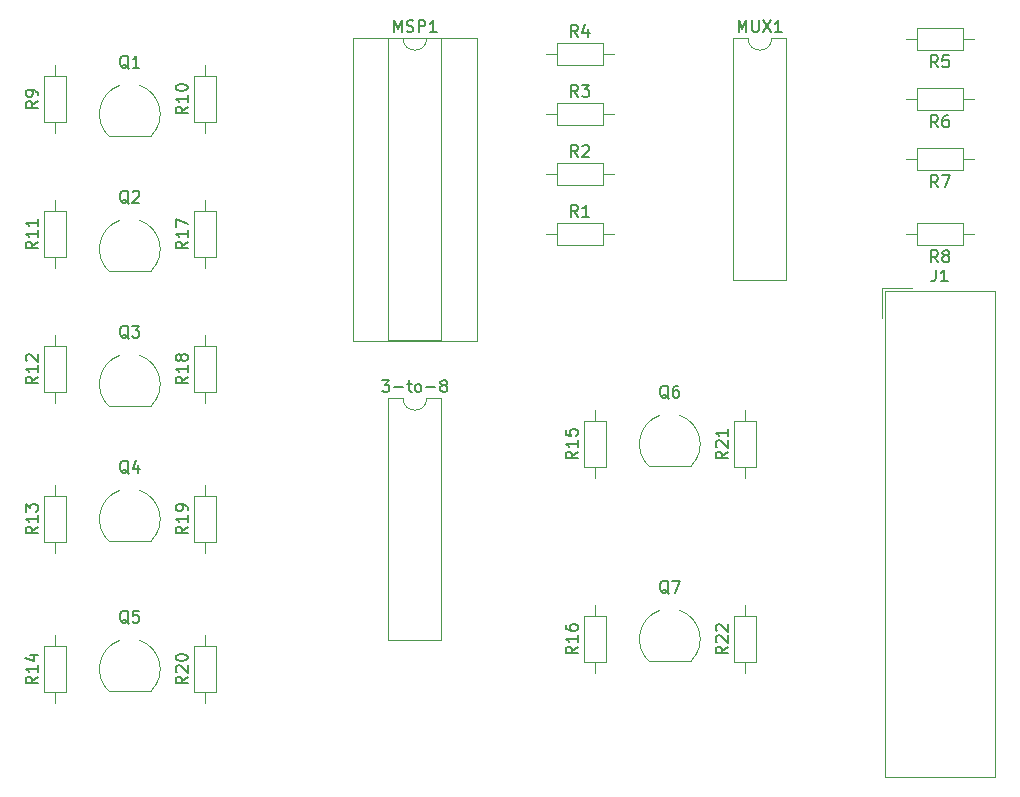
<source format=gbr>
G04 #@! TF.GenerationSoftware,KiCad,Pcbnew,5.0.0+dfsg1-2*
G04 #@! TF.CreationDate,2018-11-20T21:01:12-06:00*
G04 #@! TF.ProjectId,49es,343965732E6B696361645F7063620000,rev?*
G04 #@! TF.SameCoordinates,Original*
G04 #@! TF.FileFunction,Legend,Top*
G04 #@! TF.FilePolarity,Positive*
%FSLAX46Y46*%
G04 Gerber Fmt 4.6, Leading zero omitted, Abs format (unit mm)*
G04 Created by KiCad (PCBNEW 5.0.0+dfsg1-2) date Tue Nov 20 21:01:12 2018*
%MOMM*%
%LPD*%
G01*
G04 APERTURE LIST*
%ADD10C,0.120000*%
%ADD11C,0.150000*%
G04 APERTURE END LIST*
D10*
G04 #@! TO.C,3-to-8*
X145760000Y-69790000D02*
X144510000Y-69790000D01*
X145760000Y-90230000D02*
X145760000Y-69790000D01*
X141260000Y-90230000D02*
X145760000Y-90230000D01*
X141260000Y-69790000D02*
X141260000Y-90230000D01*
X142510000Y-69790000D02*
X141260000Y-69790000D01*
X144510000Y-69790000D02*
G75*
G02X142510000Y-69790000I-1000000J0D01*
G01*
G04 #@! TO.C,J1*
X192635000Y-60690000D02*
X192635000Y-101870000D01*
X192635000Y-101870000D02*
X183285000Y-101870000D01*
X183285000Y-101870000D02*
X183285000Y-60690000D01*
X183285000Y-60690000D02*
X192635000Y-60690000D01*
X183035000Y-60440000D02*
X183035000Y-62980000D01*
X183035000Y-60440000D02*
X185575000Y-60440000D01*
G04 #@! TO.C,MSP1*
X144510000Y-39310000D02*
G75*
G02X142510000Y-39310000I-1000000J0D01*
G01*
X142510000Y-39310000D02*
X141260000Y-39310000D01*
X141260000Y-39310000D02*
X141260000Y-64830000D01*
X141260000Y-64830000D02*
X145760000Y-64830000D01*
X145760000Y-64830000D02*
X145760000Y-39310000D01*
X145760000Y-39310000D02*
X144510000Y-39310000D01*
X138260000Y-39250000D02*
X138260000Y-64890000D01*
X138260000Y-64890000D02*
X148760000Y-64890000D01*
X148760000Y-64890000D02*
X148760000Y-39250000D01*
X148760000Y-39250000D02*
X138260000Y-39250000D01*
G04 #@! TO.C,MUX1*
X173720000Y-39310000D02*
G75*
G02X171720000Y-39310000I-1000000J0D01*
G01*
X171720000Y-39310000D02*
X170470000Y-39310000D01*
X170470000Y-39310000D02*
X170470000Y-59750000D01*
X170470000Y-59750000D02*
X174970000Y-59750000D01*
X174970000Y-59750000D02*
X174970000Y-39310000D01*
X174970000Y-39310000D02*
X173720000Y-39310000D01*
G04 #@! TO.C,Q1*
X121188445Y-47547684D02*
G75*
G03X120160000Y-43270000I-1808445J1827684D01*
G01*
X117568125Y-47561741D02*
G75*
G02X118560000Y-43270000I1811875J1841741D01*
G01*
X117580000Y-47570000D02*
X121180000Y-47570000D01*
G04 #@! TO.C,Q2*
X117580000Y-59000000D02*
X121180000Y-59000000D01*
X117568125Y-58991741D02*
G75*
G02X118560000Y-54700000I1811875J1841741D01*
G01*
X121188445Y-58977684D02*
G75*
G03X120160000Y-54700000I-1808445J1827684D01*
G01*
G04 #@! TO.C,Q3*
X121188445Y-70407684D02*
G75*
G03X120160000Y-66130000I-1808445J1827684D01*
G01*
X117568125Y-70421741D02*
G75*
G02X118560000Y-66130000I1811875J1841741D01*
G01*
X117580000Y-70430000D02*
X121180000Y-70430000D01*
G04 #@! TO.C,Q4*
X117580000Y-81860000D02*
X121180000Y-81860000D01*
X117568125Y-81851741D02*
G75*
G02X118560000Y-77560000I1811875J1841741D01*
G01*
X121188445Y-81837684D02*
G75*
G03X120160000Y-77560000I-1808445J1827684D01*
G01*
G04 #@! TO.C,Q5*
X121188445Y-94537684D02*
G75*
G03X120160000Y-90260000I-1808445J1827684D01*
G01*
X117568125Y-94551741D02*
G75*
G02X118560000Y-90260000I1811875J1841741D01*
G01*
X117580000Y-94560000D02*
X121180000Y-94560000D01*
G04 #@! TO.C,Q6*
X163300000Y-75510000D02*
X166900000Y-75510000D01*
X163288125Y-75501741D02*
G75*
G02X164280000Y-71210000I1811875J1841741D01*
G01*
X166908445Y-75487684D02*
G75*
G03X165880000Y-71210000I-1808445J1827684D01*
G01*
G04 #@! TO.C,Q7*
X163300000Y-92020000D02*
X166900000Y-92020000D01*
X163288125Y-92011741D02*
G75*
G02X164280000Y-87720000I1811875J1841741D01*
G01*
X166908445Y-91997684D02*
G75*
G03X165880000Y-87720000I-1808445J1827684D01*
G01*
G04 #@! TO.C,R1*
X160350000Y-55880000D02*
X159400000Y-55880000D01*
X154610000Y-55880000D02*
X155560000Y-55880000D01*
X159400000Y-54960000D02*
X155560000Y-54960000D01*
X159400000Y-56800000D02*
X159400000Y-54960000D01*
X155560000Y-56800000D02*
X159400000Y-56800000D01*
X155560000Y-54960000D02*
X155560000Y-56800000D01*
G04 #@! TO.C,R2*
X155560000Y-49880000D02*
X155560000Y-51720000D01*
X155560000Y-51720000D02*
X159400000Y-51720000D01*
X159400000Y-51720000D02*
X159400000Y-49880000D01*
X159400000Y-49880000D02*
X155560000Y-49880000D01*
X154610000Y-50800000D02*
X155560000Y-50800000D01*
X160350000Y-50800000D02*
X159400000Y-50800000D01*
G04 #@! TO.C,R3*
X155560000Y-44800000D02*
X155560000Y-46640000D01*
X155560000Y-46640000D02*
X159400000Y-46640000D01*
X159400000Y-46640000D02*
X159400000Y-44800000D01*
X159400000Y-44800000D02*
X155560000Y-44800000D01*
X154610000Y-45720000D02*
X155560000Y-45720000D01*
X160350000Y-45720000D02*
X159400000Y-45720000D01*
G04 #@! TO.C,R4*
X160350000Y-40640000D02*
X159400000Y-40640000D01*
X154610000Y-40640000D02*
X155560000Y-40640000D01*
X159400000Y-39720000D02*
X155560000Y-39720000D01*
X159400000Y-41560000D02*
X159400000Y-39720000D01*
X155560000Y-41560000D02*
X159400000Y-41560000D01*
X155560000Y-39720000D02*
X155560000Y-41560000D01*
G04 #@! TO.C,R5*
X189880000Y-40290000D02*
X189880000Y-38450000D01*
X189880000Y-38450000D02*
X186040000Y-38450000D01*
X186040000Y-38450000D02*
X186040000Y-40290000D01*
X186040000Y-40290000D02*
X189880000Y-40290000D01*
X190830000Y-39370000D02*
X189880000Y-39370000D01*
X185090000Y-39370000D02*
X186040000Y-39370000D01*
G04 #@! TO.C,R6*
X185090000Y-44450000D02*
X186040000Y-44450000D01*
X190830000Y-44450000D02*
X189880000Y-44450000D01*
X186040000Y-45370000D02*
X189880000Y-45370000D01*
X186040000Y-43530000D02*
X186040000Y-45370000D01*
X189880000Y-43530000D02*
X186040000Y-43530000D01*
X189880000Y-45370000D02*
X189880000Y-43530000D01*
G04 #@! TO.C,R7*
X189880000Y-50450000D02*
X189880000Y-48610000D01*
X189880000Y-48610000D02*
X186040000Y-48610000D01*
X186040000Y-48610000D02*
X186040000Y-50450000D01*
X186040000Y-50450000D02*
X189880000Y-50450000D01*
X190830000Y-49530000D02*
X189880000Y-49530000D01*
X185090000Y-49530000D02*
X186040000Y-49530000D01*
G04 #@! TO.C,R8*
X185090000Y-55880000D02*
X186040000Y-55880000D01*
X190830000Y-55880000D02*
X189880000Y-55880000D01*
X186040000Y-56800000D02*
X189880000Y-56800000D01*
X186040000Y-54960000D02*
X186040000Y-56800000D01*
X189880000Y-54960000D02*
X186040000Y-54960000D01*
X189880000Y-56800000D02*
X189880000Y-54960000D01*
G04 #@! TO.C,R9*
X113030000Y-41580000D02*
X113030000Y-42530000D01*
X113030000Y-47320000D02*
X113030000Y-46370000D01*
X112110000Y-42530000D02*
X112110000Y-46370000D01*
X113950000Y-42530000D02*
X112110000Y-42530000D01*
X113950000Y-46370000D02*
X113950000Y-42530000D01*
X112110000Y-46370000D02*
X113950000Y-46370000D01*
G04 #@! TO.C,R10*
X124810000Y-46370000D02*
X126650000Y-46370000D01*
X126650000Y-46370000D02*
X126650000Y-42530000D01*
X126650000Y-42530000D02*
X124810000Y-42530000D01*
X124810000Y-42530000D02*
X124810000Y-46370000D01*
X125730000Y-47320000D02*
X125730000Y-46370000D01*
X125730000Y-41580000D02*
X125730000Y-42530000D01*
G04 #@! TO.C,R11*
X113030000Y-53010000D02*
X113030000Y-53960000D01*
X113030000Y-58750000D02*
X113030000Y-57800000D01*
X112110000Y-53960000D02*
X112110000Y-57800000D01*
X113950000Y-53960000D02*
X112110000Y-53960000D01*
X113950000Y-57800000D02*
X113950000Y-53960000D01*
X112110000Y-57800000D02*
X113950000Y-57800000D01*
G04 #@! TO.C,R12*
X112110000Y-69230000D02*
X113950000Y-69230000D01*
X113950000Y-69230000D02*
X113950000Y-65390000D01*
X113950000Y-65390000D02*
X112110000Y-65390000D01*
X112110000Y-65390000D02*
X112110000Y-69230000D01*
X113030000Y-70180000D02*
X113030000Y-69230000D01*
X113030000Y-64440000D02*
X113030000Y-65390000D01*
G04 #@! TO.C,R13*
X112110000Y-81930000D02*
X113950000Y-81930000D01*
X113950000Y-81930000D02*
X113950000Y-78090000D01*
X113950000Y-78090000D02*
X112110000Y-78090000D01*
X112110000Y-78090000D02*
X112110000Y-81930000D01*
X113030000Y-82880000D02*
X113030000Y-81930000D01*
X113030000Y-77140000D02*
X113030000Y-78090000D01*
G04 #@! TO.C,R14*
X113030000Y-89840000D02*
X113030000Y-90790000D01*
X113030000Y-95580000D02*
X113030000Y-94630000D01*
X112110000Y-90790000D02*
X112110000Y-94630000D01*
X113950000Y-90790000D02*
X112110000Y-90790000D01*
X113950000Y-94630000D02*
X113950000Y-90790000D01*
X112110000Y-94630000D02*
X113950000Y-94630000D01*
G04 #@! TO.C,R15*
X157830000Y-75580000D02*
X159670000Y-75580000D01*
X159670000Y-75580000D02*
X159670000Y-71740000D01*
X159670000Y-71740000D02*
X157830000Y-71740000D01*
X157830000Y-71740000D02*
X157830000Y-75580000D01*
X158750000Y-76530000D02*
X158750000Y-75580000D01*
X158750000Y-70790000D02*
X158750000Y-71740000D01*
G04 #@! TO.C,R16*
X158750000Y-87300000D02*
X158750000Y-88250000D01*
X158750000Y-93040000D02*
X158750000Y-92090000D01*
X157830000Y-88250000D02*
X157830000Y-92090000D01*
X159670000Y-88250000D02*
X157830000Y-88250000D01*
X159670000Y-92090000D02*
X159670000Y-88250000D01*
X157830000Y-92090000D02*
X159670000Y-92090000D01*
G04 #@! TO.C,R17*
X124810000Y-57800000D02*
X126650000Y-57800000D01*
X126650000Y-57800000D02*
X126650000Y-53960000D01*
X126650000Y-53960000D02*
X124810000Y-53960000D01*
X124810000Y-53960000D02*
X124810000Y-57800000D01*
X125730000Y-58750000D02*
X125730000Y-57800000D01*
X125730000Y-53010000D02*
X125730000Y-53960000D01*
G04 #@! TO.C,R18*
X125730000Y-64440000D02*
X125730000Y-65390000D01*
X125730000Y-70180000D02*
X125730000Y-69230000D01*
X124810000Y-65390000D02*
X124810000Y-69230000D01*
X126650000Y-65390000D02*
X124810000Y-65390000D01*
X126650000Y-69230000D02*
X126650000Y-65390000D01*
X124810000Y-69230000D02*
X126650000Y-69230000D01*
G04 #@! TO.C,R19*
X125730000Y-77140000D02*
X125730000Y-78090000D01*
X125730000Y-82880000D02*
X125730000Y-81930000D01*
X124810000Y-78090000D02*
X124810000Y-81930000D01*
X126650000Y-78090000D02*
X124810000Y-78090000D01*
X126650000Y-81930000D02*
X126650000Y-78090000D01*
X124810000Y-81930000D02*
X126650000Y-81930000D01*
G04 #@! TO.C,R20*
X124810000Y-94630000D02*
X126650000Y-94630000D01*
X126650000Y-94630000D02*
X126650000Y-90790000D01*
X126650000Y-90790000D02*
X124810000Y-90790000D01*
X124810000Y-90790000D02*
X124810000Y-94630000D01*
X125730000Y-95580000D02*
X125730000Y-94630000D01*
X125730000Y-89840000D02*
X125730000Y-90790000D01*
G04 #@! TO.C,R21*
X171450000Y-70790000D02*
X171450000Y-71740000D01*
X171450000Y-76530000D02*
X171450000Y-75580000D01*
X170530000Y-71740000D02*
X170530000Y-75580000D01*
X172370000Y-71740000D02*
X170530000Y-71740000D01*
X172370000Y-75580000D02*
X172370000Y-71740000D01*
X170530000Y-75580000D02*
X172370000Y-75580000D01*
G04 #@! TO.C,R22*
X170530000Y-92090000D02*
X172370000Y-92090000D01*
X172370000Y-92090000D02*
X172370000Y-88250000D01*
X172370000Y-88250000D02*
X170530000Y-88250000D01*
X170530000Y-88250000D02*
X170530000Y-92090000D01*
X171450000Y-93040000D02*
X171450000Y-92090000D01*
X171450000Y-87300000D02*
X171450000Y-88250000D01*
G04 #@! TO.C,3-to-8*
D11*
X140724285Y-68242380D02*
X141343333Y-68242380D01*
X141010000Y-68623333D01*
X141152857Y-68623333D01*
X141248095Y-68670952D01*
X141295714Y-68718571D01*
X141343333Y-68813809D01*
X141343333Y-69051904D01*
X141295714Y-69147142D01*
X141248095Y-69194761D01*
X141152857Y-69242380D01*
X140867142Y-69242380D01*
X140771904Y-69194761D01*
X140724285Y-69147142D01*
X141771904Y-68861428D02*
X142533809Y-68861428D01*
X142867142Y-68575714D02*
X143248095Y-68575714D01*
X143010000Y-68242380D02*
X143010000Y-69099523D01*
X143057619Y-69194761D01*
X143152857Y-69242380D01*
X143248095Y-69242380D01*
X143724285Y-69242380D02*
X143629047Y-69194761D01*
X143581428Y-69147142D01*
X143533809Y-69051904D01*
X143533809Y-68766190D01*
X143581428Y-68670952D01*
X143629047Y-68623333D01*
X143724285Y-68575714D01*
X143867142Y-68575714D01*
X143962380Y-68623333D01*
X144010000Y-68670952D01*
X144057619Y-68766190D01*
X144057619Y-69051904D01*
X144010000Y-69147142D01*
X143962380Y-69194761D01*
X143867142Y-69242380D01*
X143724285Y-69242380D01*
X144486190Y-68861428D02*
X145248095Y-68861428D01*
X145867142Y-68670952D02*
X145771904Y-68623333D01*
X145724285Y-68575714D01*
X145676666Y-68480476D01*
X145676666Y-68432857D01*
X145724285Y-68337619D01*
X145771904Y-68290000D01*
X145867142Y-68242380D01*
X146057619Y-68242380D01*
X146152857Y-68290000D01*
X146200476Y-68337619D01*
X146248095Y-68432857D01*
X146248095Y-68480476D01*
X146200476Y-68575714D01*
X146152857Y-68623333D01*
X146057619Y-68670952D01*
X145867142Y-68670952D01*
X145771904Y-68718571D01*
X145724285Y-68766190D01*
X145676666Y-68861428D01*
X145676666Y-69051904D01*
X145724285Y-69147142D01*
X145771904Y-69194761D01*
X145867142Y-69242380D01*
X146057619Y-69242380D01*
X146152857Y-69194761D01*
X146200476Y-69147142D01*
X146248095Y-69051904D01*
X146248095Y-68861428D01*
X146200476Y-68766190D01*
X146152857Y-68718571D01*
X146057619Y-68670952D01*
G04 #@! TO.C,J1*
X187626666Y-58888380D02*
X187626666Y-59602666D01*
X187579047Y-59745523D01*
X187483809Y-59840761D01*
X187340952Y-59888380D01*
X187245714Y-59888380D01*
X188626666Y-59888380D02*
X188055238Y-59888380D01*
X188340952Y-59888380D02*
X188340952Y-58888380D01*
X188245714Y-59031238D01*
X188150476Y-59126476D01*
X188055238Y-59174095D01*
G04 #@! TO.C,MSP1*
X141724285Y-38762380D02*
X141724285Y-37762380D01*
X142057619Y-38476666D01*
X142390952Y-37762380D01*
X142390952Y-38762380D01*
X142819523Y-38714761D02*
X142962380Y-38762380D01*
X143200476Y-38762380D01*
X143295714Y-38714761D01*
X143343333Y-38667142D01*
X143390952Y-38571904D01*
X143390952Y-38476666D01*
X143343333Y-38381428D01*
X143295714Y-38333809D01*
X143200476Y-38286190D01*
X143010000Y-38238571D01*
X142914761Y-38190952D01*
X142867142Y-38143333D01*
X142819523Y-38048095D01*
X142819523Y-37952857D01*
X142867142Y-37857619D01*
X142914761Y-37810000D01*
X143010000Y-37762380D01*
X143248095Y-37762380D01*
X143390952Y-37810000D01*
X143819523Y-38762380D02*
X143819523Y-37762380D01*
X144200476Y-37762380D01*
X144295714Y-37810000D01*
X144343333Y-37857619D01*
X144390952Y-37952857D01*
X144390952Y-38095714D01*
X144343333Y-38190952D01*
X144295714Y-38238571D01*
X144200476Y-38286190D01*
X143819523Y-38286190D01*
X145343333Y-38762380D02*
X144771904Y-38762380D01*
X145057619Y-38762380D02*
X145057619Y-37762380D01*
X144962380Y-37905238D01*
X144867142Y-38000476D01*
X144771904Y-38048095D01*
G04 #@! TO.C,MUX1*
X170910476Y-38762380D02*
X170910476Y-37762380D01*
X171243809Y-38476666D01*
X171577142Y-37762380D01*
X171577142Y-38762380D01*
X172053333Y-37762380D02*
X172053333Y-38571904D01*
X172100952Y-38667142D01*
X172148571Y-38714761D01*
X172243809Y-38762380D01*
X172434285Y-38762380D01*
X172529523Y-38714761D01*
X172577142Y-38667142D01*
X172624761Y-38571904D01*
X172624761Y-37762380D01*
X173005714Y-37762380D02*
X173672380Y-38762380D01*
X173672380Y-37762380D02*
X173005714Y-38762380D01*
X174577142Y-38762380D02*
X174005714Y-38762380D01*
X174291428Y-38762380D02*
X174291428Y-37762380D01*
X174196190Y-37905238D01*
X174100952Y-38000476D01*
X174005714Y-38048095D01*
G04 #@! TO.C,Q1*
X119284761Y-41867619D02*
X119189523Y-41820000D01*
X119094285Y-41724761D01*
X118951428Y-41581904D01*
X118856190Y-41534285D01*
X118760952Y-41534285D01*
X118808571Y-41772380D02*
X118713333Y-41724761D01*
X118618095Y-41629523D01*
X118570476Y-41439047D01*
X118570476Y-41105714D01*
X118618095Y-40915238D01*
X118713333Y-40820000D01*
X118808571Y-40772380D01*
X118999047Y-40772380D01*
X119094285Y-40820000D01*
X119189523Y-40915238D01*
X119237142Y-41105714D01*
X119237142Y-41439047D01*
X119189523Y-41629523D01*
X119094285Y-41724761D01*
X118999047Y-41772380D01*
X118808571Y-41772380D01*
X120189523Y-41772380D02*
X119618095Y-41772380D01*
X119903809Y-41772380D02*
X119903809Y-40772380D01*
X119808571Y-40915238D01*
X119713333Y-41010476D01*
X119618095Y-41058095D01*
G04 #@! TO.C,Q2*
X119284761Y-53297619D02*
X119189523Y-53250000D01*
X119094285Y-53154761D01*
X118951428Y-53011904D01*
X118856190Y-52964285D01*
X118760952Y-52964285D01*
X118808571Y-53202380D02*
X118713333Y-53154761D01*
X118618095Y-53059523D01*
X118570476Y-52869047D01*
X118570476Y-52535714D01*
X118618095Y-52345238D01*
X118713333Y-52250000D01*
X118808571Y-52202380D01*
X118999047Y-52202380D01*
X119094285Y-52250000D01*
X119189523Y-52345238D01*
X119237142Y-52535714D01*
X119237142Y-52869047D01*
X119189523Y-53059523D01*
X119094285Y-53154761D01*
X118999047Y-53202380D01*
X118808571Y-53202380D01*
X119618095Y-52297619D02*
X119665714Y-52250000D01*
X119760952Y-52202380D01*
X119999047Y-52202380D01*
X120094285Y-52250000D01*
X120141904Y-52297619D01*
X120189523Y-52392857D01*
X120189523Y-52488095D01*
X120141904Y-52630952D01*
X119570476Y-53202380D01*
X120189523Y-53202380D01*
G04 #@! TO.C,Q3*
X119284761Y-64727619D02*
X119189523Y-64680000D01*
X119094285Y-64584761D01*
X118951428Y-64441904D01*
X118856190Y-64394285D01*
X118760952Y-64394285D01*
X118808571Y-64632380D02*
X118713333Y-64584761D01*
X118618095Y-64489523D01*
X118570476Y-64299047D01*
X118570476Y-63965714D01*
X118618095Y-63775238D01*
X118713333Y-63680000D01*
X118808571Y-63632380D01*
X118999047Y-63632380D01*
X119094285Y-63680000D01*
X119189523Y-63775238D01*
X119237142Y-63965714D01*
X119237142Y-64299047D01*
X119189523Y-64489523D01*
X119094285Y-64584761D01*
X118999047Y-64632380D01*
X118808571Y-64632380D01*
X119570476Y-63632380D02*
X120189523Y-63632380D01*
X119856190Y-64013333D01*
X119999047Y-64013333D01*
X120094285Y-64060952D01*
X120141904Y-64108571D01*
X120189523Y-64203809D01*
X120189523Y-64441904D01*
X120141904Y-64537142D01*
X120094285Y-64584761D01*
X119999047Y-64632380D01*
X119713333Y-64632380D01*
X119618095Y-64584761D01*
X119570476Y-64537142D01*
G04 #@! TO.C,Q4*
X119284761Y-76157619D02*
X119189523Y-76110000D01*
X119094285Y-76014761D01*
X118951428Y-75871904D01*
X118856190Y-75824285D01*
X118760952Y-75824285D01*
X118808571Y-76062380D02*
X118713333Y-76014761D01*
X118618095Y-75919523D01*
X118570476Y-75729047D01*
X118570476Y-75395714D01*
X118618095Y-75205238D01*
X118713333Y-75110000D01*
X118808571Y-75062380D01*
X118999047Y-75062380D01*
X119094285Y-75110000D01*
X119189523Y-75205238D01*
X119237142Y-75395714D01*
X119237142Y-75729047D01*
X119189523Y-75919523D01*
X119094285Y-76014761D01*
X118999047Y-76062380D01*
X118808571Y-76062380D01*
X120094285Y-75395714D02*
X120094285Y-76062380D01*
X119856190Y-75014761D02*
X119618095Y-75729047D01*
X120237142Y-75729047D01*
G04 #@! TO.C,Q5*
X119284761Y-88857619D02*
X119189523Y-88810000D01*
X119094285Y-88714761D01*
X118951428Y-88571904D01*
X118856190Y-88524285D01*
X118760952Y-88524285D01*
X118808571Y-88762380D02*
X118713333Y-88714761D01*
X118618095Y-88619523D01*
X118570476Y-88429047D01*
X118570476Y-88095714D01*
X118618095Y-87905238D01*
X118713333Y-87810000D01*
X118808571Y-87762380D01*
X118999047Y-87762380D01*
X119094285Y-87810000D01*
X119189523Y-87905238D01*
X119237142Y-88095714D01*
X119237142Y-88429047D01*
X119189523Y-88619523D01*
X119094285Y-88714761D01*
X118999047Y-88762380D01*
X118808571Y-88762380D01*
X120141904Y-87762380D02*
X119665714Y-87762380D01*
X119618095Y-88238571D01*
X119665714Y-88190952D01*
X119760952Y-88143333D01*
X119999047Y-88143333D01*
X120094285Y-88190952D01*
X120141904Y-88238571D01*
X120189523Y-88333809D01*
X120189523Y-88571904D01*
X120141904Y-88667142D01*
X120094285Y-88714761D01*
X119999047Y-88762380D01*
X119760952Y-88762380D01*
X119665714Y-88714761D01*
X119618095Y-88667142D01*
G04 #@! TO.C,Q6*
X165004761Y-69807619D02*
X164909523Y-69760000D01*
X164814285Y-69664761D01*
X164671428Y-69521904D01*
X164576190Y-69474285D01*
X164480952Y-69474285D01*
X164528571Y-69712380D02*
X164433333Y-69664761D01*
X164338095Y-69569523D01*
X164290476Y-69379047D01*
X164290476Y-69045714D01*
X164338095Y-68855238D01*
X164433333Y-68760000D01*
X164528571Y-68712380D01*
X164719047Y-68712380D01*
X164814285Y-68760000D01*
X164909523Y-68855238D01*
X164957142Y-69045714D01*
X164957142Y-69379047D01*
X164909523Y-69569523D01*
X164814285Y-69664761D01*
X164719047Y-69712380D01*
X164528571Y-69712380D01*
X165814285Y-68712380D02*
X165623809Y-68712380D01*
X165528571Y-68760000D01*
X165480952Y-68807619D01*
X165385714Y-68950476D01*
X165338095Y-69140952D01*
X165338095Y-69521904D01*
X165385714Y-69617142D01*
X165433333Y-69664761D01*
X165528571Y-69712380D01*
X165719047Y-69712380D01*
X165814285Y-69664761D01*
X165861904Y-69617142D01*
X165909523Y-69521904D01*
X165909523Y-69283809D01*
X165861904Y-69188571D01*
X165814285Y-69140952D01*
X165719047Y-69093333D01*
X165528571Y-69093333D01*
X165433333Y-69140952D01*
X165385714Y-69188571D01*
X165338095Y-69283809D01*
G04 #@! TO.C,Q7*
X165004761Y-86317619D02*
X164909523Y-86270000D01*
X164814285Y-86174761D01*
X164671428Y-86031904D01*
X164576190Y-85984285D01*
X164480952Y-85984285D01*
X164528571Y-86222380D02*
X164433333Y-86174761D01*
X164338095Y-86079523D01*
X164290476Y-85889047D01*
X164290476Y-85555714D01*
X164338095Y-85365238D01*
X164433333Y-85270000D01*
X164528571Y-85222380D01*
X164719047Y-85222380D01*
X164814285Y-85270000D01*
X164909523Y-85365238D01*
X164957142Y-85555714D01*
X164957142Y-85889047D01*
X164909523Y-86079523D01*
X164814285Y-86174761D01*
X164719047Y-86222380D01*
X164528571Y-86222380D01*
X165290476Y-85222380D02*
X165957142Y-85222380D01*
X165528571Y-86222380D01*
G04 #@! TO.C,R1*
X157313333Y-54412380D02*
X156980000Y-53936190D01*
X156741904Y-54412380D02*
X156741904Y-53412380D01*
X157122857Y-53412380D01*
X157218095Y-53460000D01*
X157265714Y-53507619D01*
X157313333Y-53602857D01*
X157313333Y-53745714D01*
X157265714Y-53840952D01*
X157218095Y-53888571D01*
X157122857Y-53936190D01*
X156741904Y-53936190D01*
X158265714Y-54412380D02*
X157694285Y-54412380D01*
X157980000Y-54412380D02*
X157980000Y-53412380D01*
X157884761Y-53555238D01*
X157789523Y-53650476D01*
X157694285Y-53698095D01*
G04 #@! TO.C,R2*
X157313333Y-49332380D02*
X156980000Y-48856190D01*
X156741904Y-49332380D02*
X156741904Y-48332380D01*
X157122857Y-48332380D01*
X157218095Y-48380000D01*
X157265714Y-48427619D01*
X157313333Y-48522857D01*
X157313333Y-48665714D01*
X157265714Y-48760952D01*
X157218095Y-48808571D01*
X157122857Y-48856190D01*
X156741904Y-48856190D01*
X157694285Y-48427619D02*
X157741904Y-48380000D01*
X157837142Y-48332380D01*
X158075238Y-48332380D01*
X158170476Y-48380000D01*
X158218095Y-48427619D01*
X158265714Y-48522857D01*
X158265714Y-48618095D01*
X158218095Y-48760952D01*
X157646666Y-49332380D01*
X158265714Y-49332380D01*
G04 #@! TO.C,R3*
X157313333Y-44252380D02*
X156980000Y-43776190D01*
X156741904Y-44252380D02*
X156741904Y-43252380D01*
X157122857Y-43252380D01*
X157218095Y-43300000D01*
X157265714Y-43347619D01*
X157313333Y-43442857D01*
X157313333Y-43585714D01*
X157265714Y-43680952D01*
X157218095Y-43728571D01*
X157122857Y-43776190D01*
X156741904Y-43776190D01*
X157646666Y-43252380D02*
X158265714Y-43252380D01*
X157932380Y-43633333D01*
X158075238Y-43633333D01*
X158170476Y-43680952D01*
X158218095Y-43728571D01*
X158265714Y-43823809D01*
X158265714Y-44061904D01*
X158218095Y-44157142D01*
X158170476Y-44204761D01*
X158075238Y-44252380D01*
X157789523Y-44252380D01*
X157694285Y-44204761D01*
X157646666Y-44157142D01*
G04 #@! TO.C,R4*
X157313333Y-39172380D02*
X156980000Y-38696190D01*
X156741904Y-39172380D02*
X156741904Y-38172380D01*
X157122857Y-38172380D01*
X157218095Y-38220000D01*
X157265714Y-38267619D01*
X157313333Y-38362857D01*
X157313333Y-38505714D01*
X157265714Y-38600952D01*
X157218095Y-38648571D01*
X157122857Y-38696190D01*
X156741904Y-38696190D01*
X158170476Y-38505714D02*
X158170476Y-39172380D01*
X157932380Y-38124761D02*
X157694285Y-38839047D01*
X158313333Y-38839047D01*
G04 #@! TO.C,R5*
X187793333Y-41742380D02*
X187460000Y-41266190D01*
X187221904Y-41742380D02*
X187221904Y-40742380D01*
X187602857Y-40742380D01*
X187698095Y-40790000D01*
X187745714Y-40837619D01*
X187793333Y-40932857D01*
X187793333Y-41075714D01*
X187745714Y-41170952D01*
X187698095Y-41218571D01*
X187602857Y-41266190D01*
X187221904Y-41266190D01*
X188698095Y-40742380D02*
X188221904Y-40742380D01*
X188174285Y-41218571D01*
X188221904Y-41170952D01*
X188317142Y-41123333D01*
X188555238Y-41123333D01*
X188650476Y-41170952D01*
X188698095Y-41218571D01*
X188745714Y-41313809D01*
X188745714Y-41551904D01*
X188698095Y-41647142D01*
X188650476Y-41694761D01*
X188555238Y-41742380D01*
X188317142Y-41742380D01*
X188221904Y-41694761D01*
X188174285Y-41647142D01*
G04 #@! TO.C,R6*
X187793333Y-46822380D02*
X187460000Y-46346190D01*
X187221904Y-46822380D02*
X187221904Y-45822380D01*
X187602857Y-45822380D01*
X187698095Y-45870000D01*
X187745714Y-45917619D01*
X187793333Y-46012857D01*
X187793333Y-46155714D01*
X187745714Y-46250952D01*
X187698095Y-46298571D01*
X187602857Y-46346190D01*
X187221904Y-46346190D01*
X188650476Y-45822380D02*
X188460000Y-45822380D01*
X188364761Y-45870000D01*
X188317142Y-45917619D01*
X188221904Y-46060476D01*
X188174285Y-46250952D01*
X188174285Y-46631904D01*
X188221904Y-46727142D01*
X188269523Y-46774761D01*
X188364761Y-46822380D01*
X188555238Y-46822380D01*
X188650476Y-46774761D01*
X188698095Y-46727142D01*
X188745714Y-46631904D01*
X188745714Y-46393809D01*
X188698095Y-46298571D01*
X188650476Y-46250952D01*
X188555238Y-46203333D01*
X188364761Y-46203333D01*
X188269523Y-46250952D01*
X188221904Y-46298571D01*
X188174285Y-46393809D01*
G04 #@! TO.C,R7*
X187793333Y-51902380D02*
X187460000Y-51426190D01*
X187221904Y-51902380D02*
X187221904Y-50902380D01*
X187602857Y-50902380D01*
X187698095Y-50950000D01*
X187745714Y-50997619D01*
X187793333Y-51092857D01*
X187793333Y-51235714D01*
X187745714Y-51330952D01*
X187698095Y-51378571D01*
X187602857Y-51426190D01*
X187221904Y-51426190D01*
X188126666Y-50902380D02*
X188793333Y-50902380D01*
X188364761Y-51902380D01*
G04 #@! TO.C,R8*
X187793333Y-58252380D02*
X187460000Y-57776190D01*
X187221904Y-58252380D02*
X187221904Y-57252380D01*
X187602857Y-57252380D01*
X187698095Y-57300000D01*
X187745714Y-57347619D01*
X187793333Y-57442857D01*
X187793333Y-57585714D01*
X187745714Y-57680952D01*
X187698095Y-57728571D01*
X187602857Y-57776190D01*
X187221904Y-57776190D01*
X188364761Y-57680952D02*
X188269523Y-57633333D01*
X188221904Y-57585714D01*
X188174285Y-57490476D01*
X188174285Y-57442857D01*
X188221904Y-57347619D01*
X188269523Y-57300000D01*
X188364761Y-57252380D01*
X188555238Y-57252380D01*
X188650476Y-57300000D01*
X188698095Y-57347619D01*
X188745714Y-57442857D01*
X188745714Y-57490476D01*
X188698095Y-57585714D01*
X188650476Y-57633333D01*
X188555238Y-57680952D01*
X188364761Y-57680952D01*
X188269523Y-57728571D01*
X188221904Y-57776190D01*
X188174285Y-57871428D01*
X188174285Y-58061904D01*
X188221904Y-58157142D01*
X188269523Y-58204761D01*
X188364761Y-58252380D01*
X188555238Y-58252380D01*
X188650476Y-58204761D01*
X188698095Y-58157142D01*
X188745714Y-58061904D01*
X188745714Y-57871428D01*
X188698095Y-57776190D01*
X188650476Y-57728571D01*
X188555238Y-57680952D01*
G04 #@! TO.C,R9*
X111562380Y-44616666D02*
X111086190Y-44950000D01*
X111562380Y-45188095D02*
X110562380Y-45188095D01*
X110562380Y-44807142D01*
X110610000Y-44711904D01*
X110657619Y-44664285D01*
X110752857Y-44616666D01*
X110895714Y-44616666D01*
X110990952Y-44664285D01*
X111038571Y-44711904D01*
X111086190Y-44807142D01*
X111086190Y-45188095D01*
X111562380Y-44140476D02*
X111562380Y-43950000D01*
X111514761Y-43854761D01*
X111467142Y-43807142D01*
X111324285Y-43711904D01*
X111133809Y-43664285D01*
X110752857Y-43664285D01*
X110657619Y-43711904D01*
X110610000Y-43759523D01*
X110562380Y-43854761D01*
X110562380Y-44045238D01*
X110610000Y-44140476D01*
X110657619Y-44188095D01*
X110752857Y-44235714D01*
X110990952Y-44235714D01*
X111086190Y-44188095D01*
X111133809Y-44140476D01*
X111181428Y-44045238D01*
X111181428Y-43854761D01*
X111133809Y-43759523D01*
X111086190Y-43711904D01*
X110990952Y-43664285D01*
G04 #@! TO.C,R10*
X124262380Y-45092857D02*
X123786190Y-45426190D01*
X124262380Y-45664285D02*
X123262380Y-45664285D01*
X123262380Y-45283333D01*
X123310000Y-45188095D01*
X123357619Y-45140476D01*
X123452857Y-45092857D01*
X123595714Y-45092857D01*
X123690952Y-45140476D01*
X123738571Y-45188095D01*
X123786190Y-45283333D01*
X123786190Y-45664285D01*
X124262380Y-44140476D02*
X124262380Y-44711904D01*
X124262380Y-44426190D02*
X123262380Y-44426190D01*
X123405238Y-44521428D01*
X123500476Y-44616666D01*
X123548095Y-44711904D01*
X123262380Y-43521428D02*
X123262380Y-43426190D01*
X123310000Y-43330952D01*
X123357619Y-43283333D01*
X123452857Y-43235714D01*
X123643333Y-43188095D01*
X123881428Y-43188095D01*
X124071904Y-43235714D01*
X124167142Y-43283333D01*
X124214761Y-43330952D01*
X124262380Y-43426190D01*
X124262380Y-43521428D01*
X124214761Y-43616666D01*
X124167142Y-43664285D01*
X124071904Y-43711904D01*
X123881428Y-43759523D01*
X123643333Y-43759523D01*
X123452857Y-43711904D01*
X123357619Y-43664285D01*
X123310000Y-43616666D01*
X123262380Y-43521428D01*
G04 #@! TO.C,R11*
X111562380Y-56522857D02*
X111086190Y-56856190D01*
X111562380Y-57094285D02*
X110562380Y-57094285D01*
X110562380Y-56713333D01*
X110610000Y-56618095D01*
X110657619Y-56570476D01*
X110752857Y-56522857D01*
X110895714Y-56522857D01*
X110990952Y-56570476D01*
X111038571Y-56618095D01*
X111086190Y-56713333D01*
X111086190Y-57094285D01*
X111562380Y-55570476D02*
X111562380Y-56141904D01*
X111562380Y-55856190D02*
X110562380Y-55856190D01*
X110705238Y-55951428D01*
X110800476Y-56046666D01*
X110848095Y-56141904D01*
X111562380Y-54618095D02*
X111562380Y-55189523D01*
X111562380Y-54903809D02*
X110562380Y-54903809D01*
X110705238Y-54999047D01*
X110800476Y-55094285D01*
X110848095Y-55189523D01*
G04 #@! TO.C,R12*
X111562380Y-67952857D02*
X111086190Y-68286190D01*
X111562380Y-68524285D02*
X110562380Y-68524285D01*
X110562380Y-68143333D01*
X110610000Y-68048095D01*
X110657619Y-68000476D01*
X110752857Y-67952857D01*
X110895714Y-67952857D01*
X110990952Y-68000476D01*
X111038571Y-68048095D01*
X111086190Y-68143333D01*
X111086190Y-68524285D01*
X111562380Y-67000476D02*
X111562380Y-67571904D01*
X111562380Y-67286190D02*
X110562380Y-67286190D01*
X110705238Y-67381428D01*
X110800476Y-67476666D01*
X110848095Y-67571904D01*
X110657619Y-66619523D02*
X110610000Y-66571904D01*
X110562380Y-66476666D01*
X110562380Y-66238571D01*
X110610000Y-66143333D01*
X110657619Y-66095714D01*
X110752857Y-66048095D01*
X110848095Y-66048095D01*
X110990952Y-66095714D01*
X111562380Y-66667142D01*
X111562380Y-66048095D01*
G04 #@! TO.C,R13*
X111562380Y-80652857D02*
X111086190Y-80986190D01*
X111562380Y-81224285D02*
X110562380Y-81224285D01*
X110562380Y-80843333D01*
X110610000Y-80748095D01*
X110657619Y-80700476D01*
X110752857Y-80652857D01*
X110895714Y-80652857D01*
X110990952Y-80700476D01*
X111038571Y-80748095D01*
X111086190Y-80843333D01*
X111086190Y-81224285D01*
X111562380Y-79700476D02*
X111562380Y-80271904D01*
X111562380Y-79986190D02*
X110562380Y-79986190D01*
X110705238Y-80081428D01*
X110800476Y-80176666D01*
X110848095Y-80271904D01*
X110562380Y-79367142D02*
X110562380Y-78748095D01*
X110943333Y-79081428D01*
X110943333Y-78938571D01*
X110990952Y-78843333D01*
X111038571Y-78795714D01*
X111133809Y-78748095D01*
X111371904Y-78748095D01*
X111467142Y-78795714D01*
X111514761Y-78843333D01*
X111562380Y-78938571D01*
X111562380Y-79224285D01*
X111514761Y-79319523D01*
X111467142Y-79367142D01*
G04 #@! TO.C,R14*
X111562380Y-93352857D02*
X111086190Y-93686190D01*
X111562380Y-93924285D02*
X110562380Y-93924285D01*
X110562380Y-93543333D01*
X110610000Y-93448095D01*
X110657619Y-93400476D01*
X110752857Y-93352857D01*
X110895714Y-93352857D01*
X110990952Y-93400476D01*
X111038571Y-93448095D01*
X111086190Y-93543333D01*
X111086190Y-93924285D01*
X111562380Y-92400476D02*
X111562380Y-92971904D01*
X111562380Y-92686190D02*
X110562380Y-92686190D01*
X110705238Y-92781428D01*
X110800476Y-92876666D01*
X110848095Y-92971904D01*
X110895714Y-91543333D02*
X111562380Y-91543333D01*
X110514761Y-91781428D02*
X111229047Y-92019523D01*
X111229047Y-91400476D01*
G04 #@! TO.C,R15*
X157282380Y-74302857D02*
X156806190Y-74636190D01*
X157282380Y-74874285D02*
X156282380Y-74874285D01*
X156282380Y-74493333D01*
X156330000Y-74398095D01*
X156377619Y-74350476D01*
X156472857Y-74302857D01*
X156615714Y-74302857D01*
X156710952Y-74350476D01*
X156758571Y-74398095D01*
X156806190Y-74493333D01*
X156806190Y-74874285D01*
X157282380Y-73350476D02*
X157282380Y-73921904D01*
X157282380Y-73636190D02*
X156282380Y-73636190D01*
X156425238Y-73731428D01*
X156520476Y-73826666D01*
X156568095Y-73921904D01*
X156282380Y-72445714D02*
X156282380Y-72921904D01*
X156758571Y-72969523D01*
X156710952Y-72921904D01*
X156663333Y-72826666D01*
X156663333Y-72588571D01*
X156710952Y-72493333D01*
X156758571Y-72445714D01*
X156853809Y-72398095D01*
X157091904Y-72398095D01*
X157187142Y-72445714D01*
X157234761Y-72493333D01*
X157282380Y-72588571D01*
X157282380Y-72826666D01*
X157234761Y-72921904D01*
X157187142Y-72969523D01*
G04 #@! TO.C,R16*
X157282380Y-90812857D02*
X156806190Y-91146190D01*
X157282380Y-91384285D02*
X156282380Y-91384285D01*
X156282380Y-91003333D01*
X156330000Y-90908095D01*
X156377619Y-90860476D01*
X156472857Y-90812857D01*
X156615714Y-90812857D01*
X156710952Y-90860476D01*
X156758571Y-90908095D01*
X156806190Y-91003333D01*
X156806190Y-91384285D01*
X157282380Y-89860476D02*
X157282380Y-90431904D01*
X157282380Y-90146190D02*
X156282380Y-90146190D01*
X156425238Y-90241428D01*
X156520476Y-90336666D01*
X156568095Y-90431904D01*
X156282380Y-89003333D02*
X156282380Y-89193809D01*
X156330000Y-89289047D01*
X156377619Y-89336666D01*
X156520476Y-89431904D01*
X156710952Y-89479523D01*
X157091904Y-89479523D01*
X157187142Y-89431904D01*
X157234761Y-89384285D01*
X157282380Y-89289047D01*
X157282380Y-89098571D01*
X157234761Y-89003333D01*
X157187142Y-88955714D01*
X157091904Y-88908095D01*
X156853809Y-88908095D01*
X156758571Y-88955714D01*
X156710952Y-89003333D01*
X156663333Y-89098571D01*
X156663333Y-89289047D01*
X156710952Y-89384285D01*
X156758571Y-89431904D01*
X156853809Y-89479523D01*
G04 #@! TO.C,R17*
X124262380Y-56522857D02*
X123786190Y-56856190D01*
X124262380Y-57094285D02*
X123262380Y-57094285D01*
X123262380Y-56713333D01*
X123310000Y-56618095D01*
X123357619Y-56570476D01*
X123452857Y-56522857D01*
X123595714Y-56522857D01*
X123690952Y-56570476D01*
X123738571Y-56618095D01*
X123786190Y-56713333D01*
X123786190Y-57094285D01*
X124262380Y-55570476D02*
X124262380Y-56141904D01*
X124262380Y-55856190D02*
X123262380Y-55856190D01*
X123405238Y-55951428D01*
X123500476Y-56046666D01*
X123548095Y-56141904D01*
X123262380Y-55237142D02*
X123262380Y-54570476D01*
X124262380Y-54999047D01*
G04 #@! TO.C,R18*
X124262380Y-67952857D02*
X123786190Y-68286190D01*
X124262380Y-68524285D02*
X123262380Y-68524285D01*
X123262380Y-68143333D01*
X123310000Y-68048095D01*
X123357619Y-68000476D01*
X123452857Y-67952857D01*
X123595714Y-67952857D01*
X123690952Y-68000476D01*
X123738571Y-68048095D01*
X123786190Y-68143333D01*
X123786190Y-68524285D01*
X124262380Y-67000476D02*
X124262380Y-67571904D01*
X124262380Y-67286190D02*
X123262380Y-67286190D01*
X123405238Y-67381428D01*
X123500476Y-67476666D01*
X123548095Y-67571904D01*
X123690952Y-66429047D02*
X123643333Y-66524285D01*
X123595714Y-66571904D01*
X123500476Y-66619523D01*
X123452857Y-66619523D01*
X123357619Y-66571904D01*
X123310000Y-66524285D01*
X123262380Y-66429047D01*
X123262380Y-66238571D01*
X123310000Y-66143333D01*
X123357619Y-66095714D01*
X123452857Y-66048095D01*
X123500476Y-66048095D01*
X123595714Y-66095714D01*
X123643333Y-66143333D01*
X123690952Y-66238571D01*
X123690952Y-66429047D01*
X123738571Y-66524285D01*
X123786190Y-66571904D01*
X123881428Y-66619523D01*
X124071904Y-66619523D01*
X124167142Y-66571904D01*
X124214761Y-66524285D01*
X124262380Y-66429047D01*
X124262380Y-66238571D01*
X124214761Y-66143333D01*
X124167142Y-66095714D01*
X124071904Y-66048095D01*
X123881428Y-66048095D01*
X123786190Y-66095714D01*
X123738571Y-66143333D01*
X123690952Y-66238571D01*
G04 #@! TO.C,R19*
X124262380Y-80652857D02*
X123786190Y-80986190D01*
X124262380Y-81224285D02*
X123262380Y-81224285D01*
X123262380Y-80843333D01*
X123310000Y-80748095D01*
X123357619Y-80700476D01*
X123452857Y-80652857D01*
X123595714Y-80652857D01*
X123690952Y-80700476D01*
X123738571Y-80748095D01*
X123786190Y-80843333D01*
X123786190Y-81224285D01*
X124262380Y-79700476D02*
X124262380Y-80271904D01*
X124262380Y-79986190D02*
X123262380Y-79986190D01*
X123405238Y-80081428D01*
X123500476Y-80176666D01*
X123548095Y-80271904D01*
X124262380Y-79224285D02*
X124262380Y-79033809D01*
X124214761Y-78938571D01*
X124167142Y-78890952D01*
X124024285Y-78795714D01*
X123833809Y-78748095D01*
X123452857Y-78748095D01*
X123357619Y-78795714D01*
X123310000Y-78843333D01*
X123262380Y-78938571D01*
X123262380Y-79129047D01*
X123310000Y-79224285D01*
X123357619Y-79271904D01*
X123452857Y-79319523D01*
X123690952Y-79319523D01*
X123786190Y-79271904D01*
X123833809Y-79224285D01*
X123881428Y-79129047D01*
X123881428Y-78938571D01*
X123833809Y-78843333D01*
X123786190Y-78795714D01*
X123690952Y-78748095D01*
G04 #@! TO.C,R20*
X124262380Y-93352857D02*
X123786190Y-93686190D01*
X124262380Y-93924285D02*
X123262380Y-93924285D01*
X123262380Y-93543333D01*
X123310000Y-93448095D01*
X123357619Y-93400476D01*
X123452857Y-93352857D01*
X123595714Y-93352857D01*
X123690952Y-93400476D01*
X123738571Y-93448095D01*
X123786190Y-93543333D01*
X123786190Y-93924285D01*
X123357619Y-92971904D02*
X123310000Y-92924285D01*
X123262380Y-92829047D01*
X123262380Y-92590952D01*
X123310000Y-92495714D01*
X123357619Y-92448095D01*
X123452857Y-92400476D01*
X123548095Y-92400476D01*
X123690952Y-92448095D01*
X124262380Y-93019523D01*
X124262380Y-92400476D01*
X123262380Y-91781428D02*
X123262380Y-91686190D01*
X123310000Y-91590952D01*
X123357619Y-91543333D01*
X123452857Y-91495714D01*
X123643333Y-91448095D01*
X123881428Y-91448095D01*
X124071904Y-91495714D01*
X124167142Y-91543333D01*
X124214761Y-91590952D01*
X124262380Y-91686190D01*
X124262380Y-91781428D01*
X124214761Y-91876666D01*
X124167142Y-91924285D01*
X124071904Y-91971904D01*
X123881428Y-92019523D01*
X123643333Y-92019523D01*
X123452857Y-91971904D01*
X123357619Y-91924285D01*
X123310000Y-91876666D01*
X123262380Y-91781428D01*
G04 #@! TO.C,R21*
X169982380Y-74302857D02*
X169506190Y-74636190D01*
X169982380Y-74874285D02*
X168982380Y-74874285D01*
X168982380Y-74493333D01*
X169030000Y-74398095D01*
X169077619Y-74350476D01*
X169172857Y-74302857D01*
X169315714Y-74302857D01*
X169410952Y-74350476D01*
X169458571Y-74398095D01*
X169506190Y-74493333D01*
X169506190Y-74874285D01*
X169077619Y-73921904D02*
X169030000Y-73874285D01*
X168982380Y-73779047D01*
X168982380Y-73540952D01*
X169030000Y-73445714D01*
X169077619Y-73398095D01*
X169172857Y-73350476D01*
X169268095Y-73350476D01*
X169410952Y-73398095D01*
X169982380Y-73969523D01*
X169982380Y-73350476D01*
X169982380Y-72398095D02*
X169982380Y-72969523D01*
X169982380Y-72683809D02*
X168982380Y-72683809D01*
X169125238Y-72779047D01*
X169220476Y-72874285D01*
X169268095Y-72969523D01*
G04 #@! TO.C,R22*
X169982380Y-90812857D02*
X169506190Y-91146190D01*
X169982380Y-91384285D02*
X168982380Y-91384285D01*
X168982380Y-91003333D01*
X169030000Y-90908095D01*
X169077619Y-90860476D01*
X169172857Y-90812857D01*
X169315714Y-90812857D01*
X169410952Y-90860476D01*
X169458571Y-90908095D01*
X169506190Y-91003333D01*
X169506190Y-91384285D01*
X169077619Y-90431904D02*
X169030000Y-90384285D01*
X168982380Y-90289047D01*
X168982380Y-90050952D01*
X169030000Y-89955714D01*
X169077619Y-89908095D01*
X169172857Y-89860476D01*
X169268095Y-89860476D01*
X169410952Y-89908095D01*
X169982380Y-90479523D01*
X169982380Y-89860476D01*
X169077619Y-89479523D02*
X169030000Y-89431904D01*
X168982380Y-89336666D01*
X168982380Y-89098571D01*
X169030000Y-89003333D01*
X169077619Y-88955714D01*
X169172857Y-88908095D01*
X169268095Y-88908095D01*
X169410952Y-88955714D01*
X169982380Y-89527142D01*
X169982380Y-88908095D01*
G04 #@! TD*
M02*

</source>
